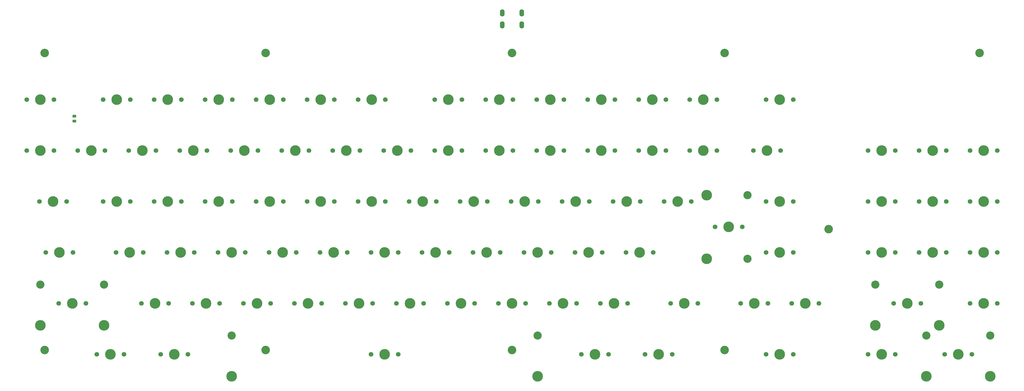
<source format=gts>
%TF.GenerationSoftware,KiCad,Pcbnew,5.1.9*%
%TF.CreationDate,2021-05-26T15:49:29-04:00*%
%TF.ProjectId,EKS-Mk2,454b532d-4d6b-4322-9e6b-696361645f70,2.1*%
%TF.SameCoordinates,Original*%
%TF.FileFunction,Soldermask,Top*%
%TF.FilePolarity,Negative*%
%FSLAX46Y46*%
G04 Gerber Fmt 4.6, Leading zero omitted, Abs format (unit mm)*
G04 Created by KiCad (PCBNEW 5.1.9) date 2021-05-26 15:49:29*
%MOMM*%
%LPD*%
G01*
G04 APERTURE LIST*
%ADD10C,3.987800*%
%ADD11C,1.750000*%
%ADD12C,3.200000*%
%ADD13O,1.700000X2.700000*%
%ADD14C,3.048000*%
G04 APERTURE END LIST*
D10*
%TO.C,MX78*%
X314325000Y-19050000D03*
D11*
X309245000Y-19050000D03*
X319405000Y-19050000D03*
%TD*%
%TO.C,MX4*%
X12223750Y-57150000D03*
X2063750Y-57150000D03*
D10*
X7143750Y-57150000D03*
%TD*%
D12*
%TO.C,8*%
X176212500Y-93662500D03*
%TD*%
%TO.C,3*%
X176212500Y17462500D03*
%TD*%
%TO.C,4*%
X255587500Y17462500D03*
%TD*%
%TO.C,10*%
X294481250Y-48418750D03*
%TD*%
D13*
%TO.C,USB1*%
X172562500Y32385000D03*
X179862500Y32385000D03*
X179862500Y27885000D03*
X172562500Y27885000D03*
%TD*%
D12*
%TO.C,7*%
X84137500Y-93662500D03*
%TD*%
%TO.C,5*%
X350837500Y17462500D03*
%TD*%
%TO.C,9*%
X255587500Y-93662500D03*
%TD*%
%TO.C,2*%
X84137500Y17462500D03*
%TD*%
%TO.C,6*%
X1587500Y-93662500D03*
%TD*%
%TO.C,1*%
X1587500Y17462500D03*
%TD*%
%TO.C,R5*%
G36*
G01*
X13150002Y-6743750D02*
X12249998Y-6743750D01*
G75*
G02*
X12000000Y-6493752I0J249998D01*
G01*
X12000000Y-5968748D01*
G75*
G02*
X12249998Y-5718750I249998J0D01*
G01*
X13150002Y-5718750D01*
G75*
G02*
X13400000Y-5968748I0J-249998D01*
G01*
X13400000Y-6493752D01*
G75*
G02*
X13150002Y-6743750I-249998J0D01*
G01*
G37*
G36*
G01*
X13150002Y-8568750D02*
X12249998Y-8568750D01*
G75*
G02*
X12000000Y-8318752I0J249998D01*
G01*
X12000000Y-7793748D01*
G75*
G02*
X12249998Y-7543750I249998J0D01*
G01*
X13150002Y-7543750D01*
G75*
G02*
X13400000Y-7793748I0J-249998D01*
G01*
X13400000Y-8318752D01*
G75*
G02*
X13150002Y-8568750I-249998J0D01*
G01*
G37*
%TD*%
D10*
%TO.C,MX90*%
X342900000Y-95250000D03*
D11*
X337820000Y-95250000D03*
X347980000Y-95250000D03*
D14*
X330993750Y-88265000D03*
X354806250Y-88265000D03*
D10*
X330993750Y-103505000D03*
X354806250Y-103505000D03*
%TD*%
%TO.C,MX89*%
X352425000Y-76200000D03*
D11*
X347345000Y-76200000D03*
X357505000Y-76200000D03*
%TD*%
D10*
%TO.C,MX88*%
X352425000Y-57150000D03*
D11*
X347345000Y-57150000D03*
X357505000Y-57150000D03*
%TD*%
D10*
%TO.C,MX87*%
X352425000Y-38100000D03*
D11*
X347345000Y-38100000D03*
X357505000Y-38100000D03*
%TD*%
D10*
%TO.C,MX86*%
X352425000Y-19050000D03*
D11*
X347345000Y-19050000D03*
X357505000Y-19050000D03*
%TD*%
D10*
%TO.C,MX85*%
X333375000Y-57150000D03*
D11*
X328295000Y-57150000D03*
X338455000Y-57150000D03*
%TD*%
D10*
%TO.C,MX84*%
X333375000Y-38100000D03*
D11*
X328295000Y-38100000D03*
X338455000Y-38100000D03*
%TD*%
D10*
%TO.C,MX83*%
X333375000Y-19050000D03*
D11*
X328295000Y-19050000D03*
X338455000Y-19050000D03*
%TD*%
D10*
%TO.C,MX82*%
X314325000Y-95250000D03*
D11*
X309245000Y-95250000D03*
X319405000Y-95250000D03*
%TD*%
D10*
%TO.C,MX81*%
X323850000Y-76200000D03*
D11*
X318770000Y-76200000D03*
X328930000Y-76200000D03*
D14*
X311943750Y-69215000D03*
X335756250Y-69215000D03*
D10*
X311943750Y-84455000D03*
X335756250Y-84455000D03*
%TD*%
%TO.C,MX80*%
X314325000Y-57150000D03*
D11*
X309245000Y-57150000D03*
X319405000Y-57150000D03*
%TD*%
D10*
%TO.C,MX79*%
X314325000Y-38100000D03*
D11*
X309245000Y-38100000D03*
X319405000Y-38100000D03*
%TD*%
D10*
%TO.C,MX77*%
X276225000Y-95250000D03*
D11*
X271145000Y-95250000D03*
X281305000Y-95250000D03*
%TD*%
D10*
%TO.C,MX76*%
X285750000Y-76200000D03*
D11*
X280670000Y-76200000D03*
X290830000Y-76200000D03*
%TD*%
D10*
%TO.C,MX75*%
X266700000Y-76200000D03*
D11*
X261620000Y-76200000D03*
X271780000Y-76200000D03*
%TD*%
D10*
%TO.C,MX74*%
X276225000Y-57150000D03*
D11*
X271145000Y-57150000D03*
X281305000Y-57150000D03*
%TD*%
D10*
%TO.C,MX73*%
X276225000Y-38100000D03*
D11*
X271145000Y-38100000D03*
X281305000Y-38100000D03*
%TD*%
D10*
%TO.C,MX72*%
X230981250Y-95250000D03*
D11*
X225901250Y-95250000D03*
X236061250Y-95250000D03*
%TD*%
D10*
%TO.C,MX71*%
X240506250Y-76200000D03*
D11*
X235426250Y-76200000D03*
X245586250Y-76200000D03*
%TD*%
D10*
%TO.C,MX70*%
X248920000Y-59531250D03*
X248920000Y-35718750D03*
D14*
X264160000Y-59531250D03*
X264160000Y-35718750D03*
D11*
X262255000Y-47625000D03*
X252095000Y-47625000D03*
D10*
X257175000Y-47625000D03*
%TD*%
%TO.C,MX69*%
X271462500Y-19050000D03*
D11*
X266382500Y-19050000D03*
X276542500Y-19050000D03*
%TD*%
D10*
%TO.C,MX68*%
X276225000Y0D03*
D11*
X271145000Y0D03*
X281305000Y0D03*
%TD*%
D10*
%TO.C,MX67*%
X207168750Y-95250000D03*
D11*
X202088750Y-95250000D03*
X212248750Y-95250000D03*
%TD*%
D10*
%TO.C,MX66*%
X214312500Y-76200000D03*
D11*
X209232500Y-76200000D03*
X219392500Y-76200000D03*
%TD*%
D10*
%TO.C,MX65*%
X223837500Y-57150000D03*
D11*
X218757500Y-57150000D03*
X228917500Y-57150000D03*
%TD*%
D10*
%TO.C,MX64*%
X238125000Y-38100000D03*
D11*
X233045000Y-38100000D03*
X243205000Y-38100000D03*
%TD*%
D10*
%TO.C,MX63*%
X247650000Y-19050000D03*
D11*
X242570000Y-19050000D03*
X252730000Y-19050000D03*
%TD*%
D10*
%TO.C,MX62*%
X247650000Y0D03*
D11*
X242570000Y0D03*
X252730000Y0D03*
%TD*%
D10*
%TO.C,MX61*%
X195262500Y-76200000D03*
D11*
X190182500Y-76200000D03*
X200342500Y-76200000D03*
%TD*%
D10*
%TO.C,MX60*%
X204787500Y-57150000D03*
D11*
X199707500Y-57150000D03*
X209867500Y-57150000D03*
%TD*%
D10*
%TO.C,MX59*%
X219075000Y-38100000D03*
D11*
X213995000Y-38100000D03*
X224155000Y-38100000D03*
%TD*%
D10*
%TO.C,MX58*%
X228600000Y-19050000D03*
D11*
X223520000Y-19050000D03*
X233680000Y-19050000D03*
%TD*%
D10*
%TO.C,MX57*%
X228600000Y0D03*
D11*
X223520000Y0D03*
X233680000Y0D03*
%TD*%
D10*
%TO.C,MX56*%
X176212500Y-76200000D03*
D11*
X171132500Y-76200000D03*
X181292500Y-76200000D03*
%TD*%
D10*
%TO.C,MX55*%
X185737500Y-57150000D03*
D11*
X180657500Y-57150000D03*
X190817500Y-57150000D03*
%TD*%
D10*
%TO.C,MX54*%
X200025000Y-38100000D03*
D11*
X194945000Y-38100000D03*
X205105000Y-38100000D03*
%TD*%
D10*
%TO.C,MX53*%
X209550000Y-19050000D03*
D11*
X204470000Y-19050000D03*
X214630000Y-19050000D03*
%TD*%
D10*
%TO.C,MX52*%
X209550000Y0D03*
D11*
X204470000Y0D03*
X214630000Y0D03*
%TD*%
D10*
%TO.C,MX51*%
X157162500Y-76200000D03*
D11*
X152082500Y-76200000D03*
X162242500Y-76200000D03*
%TD*%
D10*
%TO.C,MX50*%
X166687500Y-57150000D03*
D11*
X161607500Y-57150000D03*
X171767500Y-57150000D03*
%TD*%
D10*
%TO.C,MX49*%
X180975000Y-38100000D03*
D11*
X175895000Y-38100000D03*
X186055000Y-38100000D03*
%TD*%
D10*
%TO.C,MX48*%
X190500000Y-19050000D03*
D11*
X185420000Y-19050000D03*
X195580000Y-19050000D03*
%TD*%
D10*
%TO.C,MX47*%
X190500000Y0D03*
D11*
X185420000Y0D03*
X195580000Y0D03*
%TD*%
D10*
%TO.C,MX46*%
X161925000Y-38100000D03*
D11*
X156845000Y-38100000D03*
X167005000Y-38100000D03*
%TD*%
D10*
%TO.C,MX45*%
X171450000Y-19050000D03*
D11*
X166370000Y-19050000D03*
X176530000Y-19050000D03*
%TD*%
D10*
%TO.C,MX44*%
X171450000Y0D03*
D11*
X166370000Y0D03*
X176530000Y0D03*
%TD*%
D10*
%TO.C,MX43*%
X152400000Y-19050000D03*
D11*
X147320000Y-19050000D03*
X157480000Y-19050000D03*
%TD*%
D10*
%TO.C,MX42*%
X152400000Y0D03*
D11*
X147320000Y0D03*
X157480000Y0D03*
%TD*%
D10*
%TO.C,MX41*%
X147637500Y-57150000D03*
D11*
X142557500Y-57150000D03*
X152717500Y-57150000D03*
%TD*%
D10*
%TO.C,MX40*%
X142875000Y-38100000D03*
D11*
X137795000Y-38100000D03*
X147955000Y-38100000D03*
%TD*%
D10*
%TO.C,MX39*%
X133350000Y-19050000D03*
D11*
X128270000Y-19050000D03*
X138430000Y-19050000D03*
%TD*%
D10*
%TO.C,MX38*%
X123825000Y0D03*
D11*
X118745000Y0D03*
X128905000Y0D03*
%TD*%
D10*
%TO.C,MX37*%
X138112500Y-76200000D03*
D11*
X133032500Y-76200000D03*
X143192500Y-76200000D03*
%TD*%
D10*
%TO.C,MX36*%
X128587500Y-57150000D03*
D11*
X123507500Y-57150000D03*
X133667500Y-57150000D03*
%TD*%
D10*
%TO.C,MX35*%
X123825000Y-38100000D03*
D11*
X118745000Y-38100000D03*
X128905000Y-38100000D03*
%TD*%
D10*
%TO.C,MX34*%
X114300000Y-19050000D03*
D11*
X109220000Y-19050000D03*
X119380000Y-19050000D03*
%TD*%
D10*
%TO.C,MX33*%
X104775000Y0D03*
D11*
X99695000Y0D03*
X109855000Y0D03*
%TD*%
D10*
%TO.C,MX32*%
X128587500Y-95250000D03*
D11*
X123507500Y-95250000D03*
X133667500Y-95250000D03*
D14*
X71437500Y-88265000D03*
X185737500Y-88265000D03*
D10*
X71437500Y-103505000D03*
X185737500Y-103505000D03*
%TD*%
%TO.C,MX31*%
X119062500Y-76200000D03*
D11*
X113982500Y-76200000D03*
X124142500Y-76200000D03*
%TD*%
D10*
%TO.C,MX30*%
X109537500Y-57150000D03*
D11*
X104457500Y-57150000D03*
X114617500Y-57150000D03*
%TD*%
D10*
%TO.C,MX29*%
X104775000Y-38100000D03*
D11*
X99695000Y-38100000D03*
X109855000Y-38100000D03*
%TD*%
D10*
%TO.C,MX28*%
X95250000Y-19050000D03*
D11*
X90170000Y-19050000D03*
X100330000Y-19050000D03*
%TD*%
D10*
%TO.C,MX27*%
X85725000Y0D03*
D11*
X80645000Y0D03*
X90805000Y0D03*
%TD*%
D10*
%TO.C,MX26*%
X100012500Y-76200000D03*
D11*
X94932500Y-76200000D03*
X105092500Y-76200000D03*
%TD*%
D10*
%TO.C,MX25*%
X90487500Y-57150000D03*
D11*
X85407500Y-57150000D03*
X95567500Y-57150000D03*
%TD*%
D10*
%TO.C,MX24*%
X85725000Y-38100000D03*
D11*
X80645000Y-38100000D03*
X90805000Y-38100000D03*
%TD*%
D10*
%TO.C,MX23*%
X76200000Y-19050000D03*
D11*
X71120000Y-19050000D03*
X81280000Y-19050000D03*
%TD*%
D10*
%TO.C,MX22*%
X66675000Y0D03*
D11*
X61595000Y0D03*
X71755000Y0D03*
%TD*%
D10*
%TO.C,MX21*%
X80962500Y-76200000D03*
D11*
X75882500Y-76200000D03*
X86042500Y-76200000D03*
%TD*%
D10*
%TO.C,MX20*%
X71437500Y-57150000D03*
D11*
X66357500Y-57150000D03*
X76517500Y-57150000D03*
%TD*%
D10*
%TO.C,MX19*%
X66675000Y-38100000D03*
D11*
X61595000Y-38100000D03*
X71755000Y-38100000D03*
%TD*%
D10*
%TO.C,MX18*%
X57150000Y-19050000D03*
D11*
X52070000Y-19050000D03*
X62230000Y-19050000D03*
%TD*%
D10*
%TO.C,MX17*%
X47625000Y0D03*
D11*
X42545000Y0D03*
X52705000Y0D03*
%TD*%
D10*
%TO.C,MX16*%
X61912500Y-76200000D03*
D11*
X56832500Y-76200000D03*
X66992500Y-76200000D03*
%TD*%
D10*
%TO.C,MX15*%
X52387500Y-57150000D03*
D11*
X47307500Y-57150000D03*
X57467500Y-57150000D03*
%TD*%
D10*
%TO.C,MX14*%
X47625000Y-38100000D03*
D11*
X42545000Y-38100000D03*
X52705000Y-38100000D03*
%TD*%
D10*
%TO.C,MX13*%
X38100000Y-19050000D03*
D11*
X33020000Y-19050000D03*
X43180000Y-19050000D03*
%TD*%
D10*
%TO.C,MX12*%
X28575000Y0D03*
D11*
X23495000Y0D03*
X33655000Y0D03*
%TD*%
D10*
%TO.C,MX11*%
X50006250Y-95250000D03*
D11*
X44926250Y-95250000D03*
X55086250Y-95250000D03*
%TD*%
D10*
%TO.C,MX10*%
X42862500Y-76200000D03*
D11*
X37782500Y-76200000D03*
X47942500Y-76200000D03*
%TD*%
D10*
%TO.C,MX9*%
X33337500Y-57150000D03*
D11*
X28257500Y-57150000D03*
X38417500Y-57150000D03*
%TD*%
D10*
%TO.C,MX8*%
X28575000Y-38100000D03*
D11*
X23495000Y-38100000D03*
X33655000Y-38100000D03*
%TD*%
D10*
%TO.C,MX7*%
X19050000Y-19050000D03*
D11*
X13970000Y-19050000D03*
X24130000Y-19050000D03*
%TD*%
D10*
%TO.C,MX6*%
X26193750Y-95250000D03*
D11*
X21113750Y-95250000D03*
X31273750Y-95250000D03*
%TD*%
D10*
%TO.C,MX5*%
X11906250Y-76200000D03*
D11*
X6826250Y-76200000D03*
X16986250Y-76200000D03*
D14*
X0Y-69215000D03*
X23812500Y-69215000D03*
D10*
X0Y-84455000D03*
X23812500Y-84455000D03*
%TD*%
%TO.C,MX3*%
X4762500Y-38100000D03*
D11*
X-317500Y-38100000D03*
X9842500Y-38100000D03*
%TD*%
D10*
%TO.C,MX2*%
X0Y-19050000D03*
D11*
X-5080000Y-19050000D03*
X5080000Y-19050000D03*
%TD*%
D10*
%TO.C,MX1*%
X0Y0D03*
D11*
X-5080000Y0D03*
X5080000Y0D03*
%TD*%
M02*

</source>
